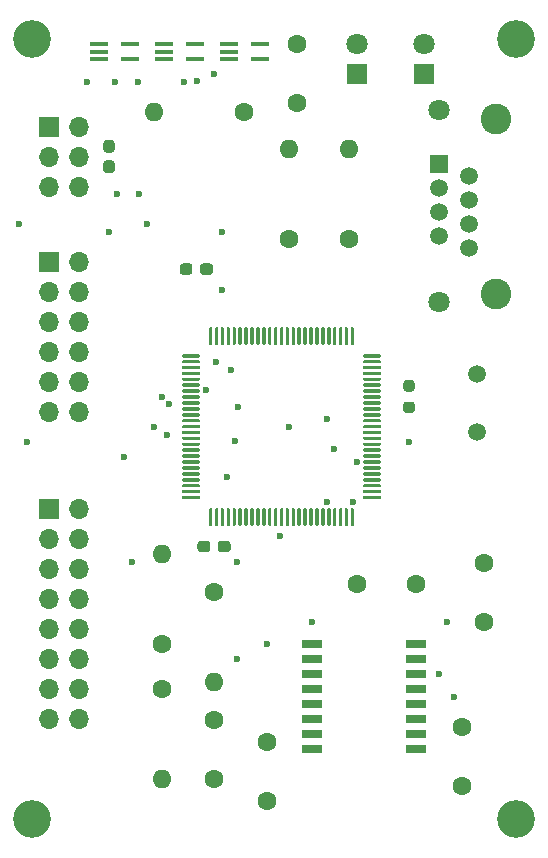
<source format=gts>
G04 #@! TF.GenerationSoftware,KiCad,Pcbnew,(5.1.9)-1*
G04 #@! TF.CreationDate,2021-08-21T09:49:19+09:00*
G04 #@! TF.ProjectId,DragonOne_lan_rev02,44726167-6f6e-44f6-9e65-5f6c616e5f72,rev?*
G04 #@! TF.SameCoordinates,PX7cee6c0PY80befc0*
G04 #@! TF.FileFunction,Soldermask,Top*
G04 #@! TF.FilePolarity,Negative*
%FSLAX46Y46*%
G04 Gerber Fmt 4.6, Leading zero omitted, Abs format (unit mm)*
G04 Created by KiCad (PCBNEW (5.1.9)-1) date 2021-08-21 09:49:19*
%MOMM*%
%LPD*%
G01*
G04 APERTURE LIST*
%ADD10C,1.800000*%
%ADD11C,2.600000*%
%ADD12C,1.500000*%
%ADD13R,1.500000X1.500000*%
%ADD14R,1.700000X0.760000*%
%ADD15R,1.500000X0.400000*%
%ADD16O,1.700000X1.700000*%
%ADD17R,1.700000X1.700000*%
%ADD18R,1.800000X1.800000*%
%ADD19C,3.200000*%
%ADD20O,1.600000X1.600000*%
%ADD21C,1.600000*%
%ADD22C,0.600000*%
G04 APERTURE END LIST*
D10*
X37465000Y62965000D03*
X37465000Y46715000D03*
D11*
X42305000Y47440000D03*
X42305000Y62240000D03*
D12*
X40005000Y51308000D03*
X40005000Y53340000D03*
X40005000Y55372000D03*
X40005000Y57404000D03*
X37465000Y52324000D03*
X37465000Y54356000D03*
X37465000Y56388000D03*
D13*
X37465000Y58420000D03*
G36*
G01*
X31130000Y42345000D02*
X32455000Y42345000D01*
G75*
G02*
X32530000Y42270000I0J-75000D01*
G01*
X32530000Y42120000D01*
G75*
G02*
X32455000Y42045000I-75000J0D01*
G01*
X31130000Y42045000D01*
G75*
G02*
X31055000Y42120000I0J75000D01*
G01*
X31055000Y42270000D01*
G75*
G02*
X31130000Y42345000I75000J0D01*
G01*
G37*
G36*
G01*
X31130000Y41845000D02*
X32455000Y41845000D01*
G75*
G02*
X32530000Y41770000I0J-75000D01*
G01*
X32530000Y41620000D01*
G75*
G02*
X32455000Y41545000I-75000J0D01*
G01*
X31130000Y41545000D01*
G75*
G02*
X31055000Y41620000I0J75000D01*
G01*
X31055000Y41770000D01*
G75*
G02*
X31130000Y41845000I75000J0D01*
G01*
G37*
G36*
G01*
X31130000Y41345000D02*
X32455000Y41345000D01*
G75*
G02*
X32530000Y41270000I0J-75000D01*
G01*
X32530000Y41120000D01*
G75*
G02*
X32455000Y41045000I-75000J0D01*
G01*
X31130000Y41045000D01*
G75*
G02*
X31055000Y41120000I0J75000D01*
G01*
X31055000Y41270000D01*
G75*
G02*
X31130000Y41345000I75000J0D01*
G01*
G37*
G36*
G01*
X31130000Y40845000D02*
X32455000Y40845000D01*
G75*
G02*
X32530000Y40770000I0J-75000D01*
G01*
X32530000Y40620000D01*
G75*
G02*
X32455000Y40545000I-75000J0D01*
G01*
X31130000Y40545000D01*
G75*
G02*
X31055000Y40620000I0J75000D01*
G01*
X31055000Y40770000D01*
G75*
G02*
X31130000Y40845000I75000J0D01*
G01*
G37*
G36*
G01*
X31130000Y40345000D02*
X32455000Y40345000D01*
G75*
G02*
X32530000Y40270000I0J-75000D01*
G01*
X32530000Y40120000D01*
G75*
G02*
X32455000Y40045000I-75000J0D01*
G01*
X31130000Y40045000D01*
G75*
G02*
X31055000Y40120000I0J75000D01*
G01*
X31055000Y40270000D01*
G75*
G02*
X31130000Y40345000I75000J0D01*
G01*
G37*
G36*
G01*
X31130000Y39845000D02*
X32455000Y39845000D01*
G75*
G02*
X32530000Y39770000I0J-75000D01*
G01*
X32530000Y39620000D01*
G75*
G02*
X32455000Y39545000I-75000J0D01*
G01*
X31130000Y39545000D01*
G75*
G02*
X31055000Y39620000I0J75000D01*
G01*
X31055000Y39770000D01*
G75*
G02*
X31130000Y39845000I75000J0D01*
G01*
G37*
G36*
G01*
X31130000Y39345000D02*
X32455000Y39345000D01*
G75*
G02*
X32530000Y39270000I0J-75000D01*
G01*
X32530000Y39120000D01*
G75*
G02*
X32455000Y39045000I-75000J0D01*
G01*
X31130000Y39045000D01*
G75*
G02*
X31055000Y39120000I0J75000D01*
G01*
X31055000Y39270000D01*
G75*
G02*
X31130000Y39345000I75000J0D01*
G01*
G37*
G36*
G01*
X31130000Y38845000D02*
X32455000Y38845000D01*
G75*
G02*
X32530000Y38770000I0J-75000D01*
G01*
X32530000Y38620000D01*
G75*
G02*
X32455000Y38545000I-75000J0D01*
G01*
X31130000Y38545000D01*
G75*
G02*
X31055000Y38620000I0J75000D01*
G01*
X31055000Y38770000D01*
G75*
G02*
X31130000Y38845000I75000J0D01*
G01*
G37*
G36*
G01*
X31130000Y38345000D02*
X32455000Y38345000D01*
G75*
G02*
X32530000Y38270000I0J-75000D01*
G01*
X32530000Y38120000D01*
G75*
G02*
X32455000Y38045000I-75000J0D01*
G01*
X31130000Y38045000D01*
G75*
G02*
X31055000Y38120000I0J75000D01*
G01*
X31055000Y38270000D01*
G75*
G02*
X31130000Y38345000I75000J0D01*
G01*
G37*
G36*
G01*
X31130000Y37845000D02*
X32455000Y37845000D01*
G75*
G02*
X32530000Y37770000I0J-75000D01*
G01*
X32530000Y37620000D01*
G75*
G02*
X32455000Y37545000I-75000J0D01*
G01*
X31130000Y37545000D01*
G75*
G02*
X31055000Y37620000I0J75000D01*
G01*
X31055000Y37770000D01*
G75*
G02*
X31130000Y37845000I75000J0D01*
G01*
G37*
G36*
G01*
X31130000Y37345000D02*
X32455000Y37345000D01*
G75*
G02*
X32530000Y37270000I0J-75000D01*
G01*
X32530000Y37120000D01*
G75*
G02*
X32455000Y37045000I-75000J0D01*
G01*
X31130000Y37045000D01*
G75*
G02*
X31055000Y37120000I0J75000D01*
G01*
X31055000Y37270000D01*
G75*
G02*
X31130000Y37345000I75000J0D01*
G01*
G37*
G36*
G01*
X31130000Y36845000D02*
X32455000Y36845000D01*
G75*
G02*
X32530000Y36770000I0J-75000D01*
G01*
X32530000Y36620000D01*
G75*
G02*
X32455000Y36545000I-75000J0D01*
G01*
X31130000Y36545000D01*
G75*
G02*
X31055000Y36620000I0J75000D01*
G01*
X31055000Y36770000D01*
G75*
G02*
X31130000Y36845000I75000J0D01*
G01*
G37*
G36*
G01*
X31130000Y36345000D02*
X32455000Y36345000D01*
G75*
G02*
X32530000Y36270000I0J-75000D01*
G01*
X32530000Y36120000D01*
G75*
G02*
X32455000Y36045000I-75000J0D01*
G01*
X31130000Y36045000D01*
G75*
G02*
X31055000Y36120000I0J75000D01*
G01*
X31055000Y36270000D01*
G75*
G02*
X31130000Y36345000I75000J0D01*
G01*
G37*
G36*
G01*
X31130000Y35845000D02*
X32455000Y35845000D01*
G75*
G02*
X32530000Y35770000I0J-75000D01*
G01*
X32530000Y35620000D01*
G75*
G02*
X32455000Y35545000I-75000J0D01*
G01*
X31130000Y35545000D01*
G75*
G02*
X31055000Y35620000I0J75000D01*
G01*
X31055000Y35770000D01*
G75*
G02*
X31130000Y35845000I75000J0D01*
G01*
G37*
G36*
G01*
X31130000Y35345000D02*
X32455000Y35345000D01*
G75*
G02*
X32530000Y35270000I0J-75000D01*
G01*
X32530000Y35120000D01*
G75*
G02*
X32455000Y35045000I-75000J0D01*
G01*
X31130000Y35045000D01*
G75*
G02*
X31055000Y35120000I0J75000D01*
G01*
X31055000Y35270000D01*
G75*
G02*
X31130000Y35345000I75000J0D01*
G01*
G37*
G36*
G01*
X31130000Y34845000D02*
X32455000Y34845000D01*
G75*
G02*
X32530000Y34770000I0J-75000D01*
G01*
X32530000Y34620000D01*
G75*
G02*
X32455000Y34545000I-75000J0D01*
G01*
X31130000Y34545000D01*
G75*
G02*
X31055000Y34620000I0J75000D01*
G01*
X31055000Y34770000D01*
G75*
G02*
X31130000Y34845000I75000J0D01*
G01*
G37*
G36*
G01*
X31130000Y34345000D02*
X32455000Y34345000D01*
G75*
G02*
X32530000Y34270000I0J-75000D01*
G01*
X32530000Y34120000D01*
G75*
G02*
X32455000Y34045000I-75000J0D01*
G01*
X31130000Y34045000D01*
G75*
G02*
X31055000Y34120000I0J75000D01*
G01*
X31055000Y34270000D01*
G75*
G02*
X31130000Y34345000I75000J0D01*
G01*
G37*
G36*
G01*
X31130000Y33845000D02*
X32455000Y33845000D01*
G75*
G02*
X32530000Y33770000I0J-75000D01*
G01*
X32530000Y33620000D01*
G75*
G02*
X32455000Y33545000I-75000J0D01*
G01*
X31130000Y33545000D01*
G75*
G02*
X31055000Y33620000I0J75000D01*
G01*
X31055000Y33770000D01*
G75*
G02*
X31130000Y33845000I75000J0D01*
G01*
G37*
G36*
G01*
X31130000Y33345000D02*
X32455000Y33345000D01*
G75*
G02*
X32530000Y33270000I0J-75000D01*
G01*
X32530000Y33120000D01*
G75*
G02*
X32455000Y33045000I-75000J0D01*
G01*
X31130000Y33045000D01*
G75*
G02*
X31055000Y33120000I0J75000D01*
G01*
X31055000Y33270000D01*
G75*
G02*
X31130000Y33345000I75000J0D01*
G01*
G37*
G36*
G01*
X31130000Y32845000D02*
X32455000Y32845000D01*
G75*
G02*
X32530000Y32770000I0J-75000D01*
G01*
X32530000Y32620000D01*
G75*
G02*
X32455000Y32545000I-75000J0D01*
G01*
X31130000Y32545000D01*
G75*
G02*
X31055000Y32620000I0J75000D01*
G01*
X31055000Y32770000D01*
G75*
G02*
X31130000Y32845000I75000J0D01*
G01*
G37*
G36*
G01*
X31130000Y32345000D02*
X32455000Y32345000D01*
G75*
G02*
X32530000Y32270000I0J-75000D01*
G01*
X32530000Y32120000D01*
G75*
G02*
X32455000Y32045000I-75000J0D01*
G01*
X31130000Y32045000D01*
G75*
G02*
X31055000Y32120000I0J75000D01*
G01*
X31055000Y32270000D01*
G75*
G02*
X31130000Y32345000I75000J0D01*
G01*
G37*
G36*
G01*
X31130000Y31845000D02*
X32455000Y31845000D01*
G75*
G02*
X32530000Y31770000I0J-75000D01*
G01*
X32530000Y31620000D01*
G75*
G02*
X32455000Y31545000I-75000J0D01*
G01*
X31130000Y31545000D01*
G75*
G02*
X31055000Y31620000I0J75000D01*
G01*
X31055000Y31770000D01*
G75*
G02*
X31130000Y31845000I75000J0D01*
G01*
G37*
G36*
G01*
X31130000Y31345000D02*
X32455000Y31345000D01*
G75*
G02*
X32530000Y31270000I0J-75000D01*
G01*
X32530000Y31120000D01*
G75*
G02*
X32455000Y31045000I-75000J0D01*
G01*
X31130000Y31045000D01*
G75*
G02*
X31055000Y31120000I0J75000D01*
G01*
X31055000Y31270000D01*
G75*
G02*
X31130000Y31345000I75000J0D01*
G01*
G37*
G36*
G01*
X31130000Y30845000D02*
X32455000Y30845000D01*
G75*
G02*
X32530000Y30770000I0J-75000D01*
G01*
X32530000Y30620000D01*
G75*
G02*
X32455000Y30545000I-75000J0D01*
G01*
X31130000Y30545000D01*
G75*
G02*
X31055000Y30620000I0J75000D01*
G01*
X31055000Y30770000D01*
G75*
G02*
X31130000Y30845000I75000J0D01*
G01*
G37*
G36*
G01*
X31130000Y30345000D02*
X32455000Y30345000D01*
G75*
G02*
X32530000Y30270000I0J-75000D01*
G01*
X32530000Y30120000D01*
G75*
G02*
X32455000Y30045000I-75000J0D01*
G01*
X31130000Y30045000D01*
G75*
G02*
X31055000Y30120000I0J75000D01*
G01*
X31055000Y30270000D01*
G75*
G02*
X31130000Y30345000I75000J0D01*
G01*
G37*
G36*
G01*
X30055000Y29270000D02*
X30205000Y29270000D01*
G75*
G02*
X30280000Y29195000I0J-75000D01*
G01*
X30280000Y27870000D01*
G75*
G02*
X30205000Y27795000I-75000J0D01*
G01*
X30055000Y27795000D01*
G75*
G02*
X29980000Y27870000I0J75000D01*
G01*
X29980000Y29195000D01*
G75*
G02*
X30055000Y29270000I75000J0D01*
G01*
G37*
G36*
G01*
X29555000Y29270000D02*
X29705000Y29270000D01*
G75*
G02*
X29780000Y29195000I0J-75000D01*
G01*
X29780000Y27870000D01*
G75*
G02*
X29705000Y27795000I-75000J0D01*
G01*
X29555000Y27795000D01*
G75*
G02*
X29480000Y27870000I0J75000D01*
G01*
X29480000Y29195000D01*
G75*
G02*
X29555000Y29270000I75000J0D01*
G01*
G37*
G36*
G01*
X29055000Y29270000D02*
X29205000Y29270000D01*
G75*
G02*
X29280000Y29195000I0J-75000D01*
G01*
X29280000Y27870000D01*
G75*
G02*
X29205000Y27795000I-75000J0D01*
G01*
X29055000Y27795000D01*
G75*
G02*
X28980000Y27870000I0J75000D01*
G01*
X28980000Y29195000D01*
G75*
G02*
X29055000Y29270000I75000J0D01*
G01*
G37*
G36*
G01*
X28555000Y29270000D02*
X28705000Y29270000D01*
G75*
G02*
X28780000Y29195000I0J-75000D01*
G01*
X28780000Y27870000D01*
G75*
G02*
X28705000Y27795000I-75000J0D01*
G01*
X28555000Y27795000D01*
G75*
G02*
X28480000Y27870000I0J75000D01*
G01*
X28480000Y29195000D01*
G75*
G02*
X28555000Y29270000I75000J0D01*
G01*
G37*
G36*
G01*
X28055000Y29270000D02*
X28205000Y29270000D01*
G75*
G02*
X28280000Y29195000I0J-75000D01*
G01*
X28280000Y27870000D01*
G75*
G02*
X28205000Y27795000I-75000J0D01*
G01*
X28055000Y27795000D01*
G75*
G02*
X27980000Y27870000I0J75000D01*
G01*
X27980000Y29195000D01*
G75*
G02*
X28055000Y29270000I75000J0D01*
G01*
G37*
G36*
G01*
X27555000Y29270000D02*
X27705000Y29270000D01*
G75*
G02*
X27780000Y29195000I0J-75000D01*
G01*
X27780000Y27870000D01*
G75*
G02*
X27705000Y27795000I-75000J0D01*
G01*
X27555000Y27795000D01*
G75*
G02*
X27480000Y27870000I0J75000D01*
G01*
X27480000Y29195000D01*
G75*
G02*
X27555000Y29270000I75000J0D01*
G01*
G37*
G36*
G01*
X27055000Y29270000D02*
X27205000Y29270000D01*
G75*
G02*
X27280000Y29195000I0J-75000D01*
G01*
X27280000Y27870000D01*
G75*
G02*
X27205000Y27795000I-75000J0D01*
G01*
X27055000Y27795000D01*
G75*
G02*
X26980000Y27870000I0J75000D01*
G01*
X26980000Y29195000D01*
G75*
G02*
X27055000Y29270000I75000J0D01*
G01*
G37*
G36*
G01*
X26555000Y29270000D02*
X26705000Y29270000D01*
G75*
G02*
X26780000Y29195000I0J-75000D01*
G01*
X26780000Y27870000D01*
G75*
G02*
X26705000Y27795000I-75000J0D01*
G01*
X26555000Y27795000D01*
G75*
G02*
X26480000Y27870000I0J75000D01*
G01*
X26480000Y29195000D01*
G75*
G02*
X26555000Y29270000I75000J0D01*
G01*
G37*
G36*
G01*
X26055000Y29270000D02*
X26205000Y29270000D01*
G75*
G02*
X26280000Y29195000I0J-75000D01*
G01*
X26280000Y27870000D01*
G75*
G02*
X26205000Y27795000I-75000J0D01*
G01*
X26055000Y27795000D01*
G75*
G02*
X25980000Y27870000I0J75000D01*
G01*
X25980000Y29195000D01*
G75*
G02*
X26055000Y29270000I75000J0D01*
G01*
G37*
G36*
G01*
X25555000Y29270000D02*
X25705000Y29270000D01*
G75*
G02*
X25780000Y29195000I0J-75000D01*
G01*
X25780000Y27870000D01*
G75*
G02*
X25705000Y27795000I-75000J0D01*
G01*
X25555000Y27795000D01*
G75*
G02*
X25480000Y27870000I0J75000D01*
G01*
X25480000Y29195000D01*
G75*
G02*
X25555000Y29270000I75000J0D01*
G01*
G37*
G36*
G01*
X25055000Y29270000D02*
X25205000Y29270000D01*
G75*
G02*
X25280000Y29195000I0J-75000D01*
G01*
X25280000Y27870000D01*
G75*
G02*
X25205000Y27795000I-75000J0D01*
G01*
X25055000Y27795000D01*
G75*
G02*
X24980000Y27870000I0J75000D01*
G01*
X24980000Y29195000D01*
G75*
G02*
X25055000Y29270000I75000J0D01*
G01*
G37*
G36*
G01*
X24555000Y29270000D02*
X24705000Y29270000D01*
G75*
G02*
X24780000Y29195000I0J-75000D01*
G01*
X24780000Y27870000D01*
G75*
G02*
X24705000Y27795000I-75000J0D01*
G01*
X24555000Y27795000D01*
G75*
G02*
X24480000Y27870000I0J75000D01*
G01*
X24480000Y29195000D01*
G75*
G02*
X24555000Y29270000I75000J0D01*
G01*
G37*
G36*
G01*
X24055000Y29270000D02*
X24205000Y29270000D01*
G75*
G02*
X24280000Y29195000I0J-75000D01*
G01*
X24280000Y27870000D01*
G75*
G02*
X24205000Y27795000I-75000J0D01*
G01*
X24055000Y27795000D01*
G75*
G02*
X23980000Y27870000I0J75000D01*
G01*
X23980000Y29195000D01*
G75*
G02*
X24055000Y29270000I75000J0D01*
G01*
G37*
G36*
G01*
X23555000Y29270000D02*
X23705000Y29270000D01*
G75*
G02*
X23780000Y29195000I0J-75000D01*
G01*
X23780000Y27870000D01*
G75*
G02*
X23705000Y27795000I-75000J0D01*
G01*
X23555000Y27795000D01*
G75*
G02*
X23480000Y27870000I0J75000D01*
G01*
X23480000Y29195000D01*
G75*
G02*
X23555000Y29270000I75000J0D01*
G01*
G37*
G36*
G01*
X23055000Y29270000D02*
X23205000Y29270000D01*
G75*
G02*
X23280000Y29195000I0J-75000D01*
G01*
X23280000Y27870000D01*
G75*
G02*
X23205000Y27795000I-75000J0D01*
G01*
X23055000Y27795000D01*
G75*
G02*
X22980000Y27870000I0J75000D01*
G01*
X22980000Y29195000D01*
G75*
G02*
X23055000Y29270000I75000J0D01*
G01*
G37*
G36*
G01*
X22555000Y29270000D02*
X22705000Y29270000D01*
G75*
G02*
X22780000Y29195000I0J-75000D01*
G01*
X22780000Y27870000D01*
G75*
G02*
X22705000Y27795000I-75000J0D01*
G01*
X22555000Y27795000D01*
G75*
G02*
X22480000Y27870000I0J75000D01*
G01*
X22480000Y29195000D01*
G75*
G02*
X22555000Y29270000I75000J0D01*
G01*
G37*
G36*
G01*
X22055000Y29270000D02*
X22205000Y29270000D01*
G75*
G02*
X22280000Y29195000I0J-75000D01*
G01*
X22280000Y27870000D01*
G75*
G02*
X22205000Y27795000I-75000J0D01*
G01*
X22055000Y27795000D01*
G75*
G02*
X21980000Y27870000I0J75000D01*
G01*
X21980000Y29195000D01*
G75*
G02*
X22055000Y29270000I75000J0D01*
G01*
G37*
G36*
G01*
X21555000Y29270000D02*
X21705000Y29270000D01*
G75*
G02*
X21780000Y29195000I0J-75000D01*
G01*
X21780000Y27870000D01*
G75*
G02*
X21705000Y27795000I-75000J0D01*
G01*
X21555000Y27795000D01*
G75*
G02*
X21480000Y27870000I0J75000D01*
G01*
X21480000Y29195000D01*
G75*
G02*
X21555000Y29270000I75000J0D01*
G01*
G37*
G36*
G01*
X21055000Y29270000D02*
X21205000Y29270000D01*
G75*
G02*
X21280000Y29195000I0J-75000D01*
G01*
X21280000Y27870000D01*
G75*
G02*
X21205000Y27795000I-75000J0D01*
G01*
X21055000Y27795000D01*
G75*
G02*
X20980000Y27870000I0J75000D01*
G01*
X20980000Y29195000D01*
G75*
G02*
X21055000Y29270000I75000J0D01*
G01*
G37*
G36*
G01*
X20555000Y29270000D02*
X20705000Y29270000D01*
G75*
G02*
X20780000Y29195000I0J-75000D01*
G01*
X20780000Y27870000D01*
G75*
G02*
X20705000Y27795000I-75000J0D01*
G01*
X20555000Y27795000D01*
G75*
G02*
X20480000Y27870000I0J75000D01*
G01*
X20480000Y29195000D01*
G75*
G02*
X20555000Y29270000I75000J0D01*
G01*
G37*
G36*
G01*
X20055000Y29270000D02*
X20205000Y29270000D01*
G75*
G02*
X20280000Y29195000I0J-75000D01*
G01*
X20280000Y27870000D01*
G75*
G02*
X20205000Y27795000I-75000J0D01*
G01*
X20055000Y27795000D01*
G75*
G02*
X19980000Y27870000I0J75000D01*
G01*
X19980000Y29195000D01*
G75*
G02*
X20055000Y29270000I75000J0D01*
G01*
G37*
G36*
G01*
X19555000Y29270000D02*
X19705000Y29270000D01*
G75*
G02*
X19780000Y29195000I0J-75000D01*
G01*
X19780000Y27870000D01*
G75*
G02*
X19705000Y27795000I-75000J0D01*
G01*
X19555000Y27795000D01*
G75*
G02*
X19480000Y27870000I0J75000D01*
G01*
X19480000Y29195000D01*
G75*
G02*
X19555000Y29270000I75000J0D01*
G01*
G37*
G36*
G01*
X19055000Y29270000D02*
X19205000Y29270000D01*
G75*
G02*
X19280000Y29195000I0J-75000D01*
G01*
X19280000Y27870000D01*
G75*
G02*
X19205000Y27795000I-75000J0D01*
G01*
X19055000Y27795000D01*
G75*
G02*
X18980000Y27870000I0J75000D01*
G01*
X18980000Y29195000D01*
G75*
G02*
X19055000Y29270000I75000J0D01*
G01*
G37*
G36*
G01*
X18555000Y29270000D02*
X18705000Y29270000D01*
G75*
G02*
X18780000Y29195000I0J-75000D01*
G01*
X18780000Y27870000D01*
G75*
G02*
X18705000Y27795000I-75000J0D01*
G01*
X18555000Y27795000D01*
G75*
G02*
X18480000Y27870000I0J75000D01*
G01*
X18480000Y29195000D01*
G75*
G02*
X18555000Y29270000I75000J0D01*
G01*
G37*
G36*
G01*
X18055000Y29270000D02*
X18205000Y29270000D01*
G75*
G02*
X18280000Y29195000I0J-75000D01*
G01*
X18280000Y27870000D01*
G75*
G02*
X18205000Y27795000I-75000J0D01*
G01*
X18055000Y27795000D01*
G75*
G02*
X17980000Y27870000I0J75000D01*
G01*
X17980000Y29195000D01*
G75*
G02*
X18055000Y29270000I75000J0D01*
G01*
G37*
G36*
G01*
X15805000Y30345000D02*
X17130000Y30345000D01*
G75*
G02*
X17205000Y30270000I0J-75000D01*
G01*
X17205000Y30120000D01*
G75*
G02*
X17130000Y30045000I-75000J0D01*
G01*
X15805000Y30045000D01*
G75*
G02*
X15730000Y30120000I0J75000D01*
G01*
X15730000Y30270000D01*
G75*
G02*
X15805000Y30345000I75000J0D01*
G01*
G37*
G36*
G01*
X15805000Y30845000D02*
X17130000Y30845000D01*
G75*
G02*
X17205000Y30770000I0J-75000D01*
G01*
X17205000Y30620000D01*
G75*
G02*
X17130000Y30545000I-75000J0D01*
G01*
X15805000Y30545000D01*
G75*
G02*
X15730000Y30620000I0J75000D01*
G01*
X15730000Y30770000D01*
G75*
G02*
X15805000Y30845000I75000J0D01*
G01*
G37*
G36*
G01*
X15805000Y31345000D02*
X17130000Y31345000D01*
G75*
G02*
X17205000Y31270000I0J-75000D01*
G01*
X17205000Y31120000D01*
G75*
G02*
X17130000Y31045000I-75000J0D01*
G01*
X15805000Y31045000D01*
G75*
G02*
X15730000Y31120000I0J75000D01*
G01*
X15730000Y31270000D01*
G75*
G02*
X15805000Y31345000I75000J0D01*
G01*
G37*
G36*
G01*
X15805000Y31845000D02*
X17130000Y31845000D01*
G75*
G02*
X17205000Y31770000I0J-75000D01*
G01*
X17205000Y31620000D01*
G75*
G02*
X17130000Y31545000I-75000J0D01*
G01*
X15805000Y31545000D01*
G75*
G02*
X15730000Y31620000I0J75000D01*
G01*
X15730000Y31770000D01*
G75*
G02*
X15805000Y31845000I75000J0D01*
G01*
G37*
G36*
G01*
X15805000Y32345000D02*
X17130000Y32345000D01*
G75*
G02*
X17205000Y32270000I0J-75000D01*
G01*
X17205000Y32120000D01*
G75*
G02*
X17130000Y32045000I-75000J0D01*
G01*
X15805000Y32045000D01*
G75*
G02*
X15730000Y32120000I0J75000D01*
G01*
X15730000Y32270000D01*
G75*
G02*
X15805000Y32345000I75000J0D01*
G01*
G37*
G36*
G01*
X15805000Y32845000D02*
X17130000Y32845000D01*
G75*
G02*
X17205000Y32770000I0J-75000D01*
G01*
X17205000Y32620000D01*
G75*
G02*
X17130000Y32545000I-75000J0D01*
G01*
X15805000Y32545000D01*
G75*
G02*
X15730000Y32620000I0J75000D01*
G01*
X15730000Y32770000D01*
G75*
G02*
X15805000Y32845000I75000J0D01*
G01*
G37*
G36*
G01*
X15805000Y33345000D02*
X17130000Y33345000D01*
G75*
G02*
X17205000Y33270000I0J-75000D01*
G01*
X17205000Y33120000D01*
G75*
G02*
X17130000Y33045000I-75000J0D01*
G01*
X15805000Y33045000D01*
G75*
G02*
X15730000Y33120000I0J75000D01*
G01*
X15730000Y33270000D01*
G75*
G02*
X15805000Y33345000I75000J0D01*
G01*
G37*
G36*
G01*
X15805000Y33845000D02*
X17130000Y33845000D01*
G75*
G02*
X17205000Y33770000I0J-75000D01*
G01*
X17205000Y33620000D01*
G75*
G02*
X17130000Y33545000I-75000J0D01*
G01*
X15805000Y33545000D01*
G75*
G02*
X15730000Y33620000I0J75000D01*
G01*
X15730000Y33770000D01*
G75*
G02*
X15805000Y33845000I75000J0D01*
G01*
G37*
G36*
G01*
X15805000Y34345000D02*
X17130000Y34345000D01*
G75*
G02*
X17205000Y34270000I0J-75000D01*
G01*
X17205000Y34120000D01*
G75*
G02*
X17130000Y34045000I-75000J0D01*
G01*
X15805000Y34045000D01*
G75*
G02*
X15730000Y34120000I0J75000D01*
G01*
X15730000Y34270000D01*
G75*
G02*
X15805000Y34345000I75000J0D01*
G01*
G37*
G36*
G01*
X15805000Y34845000D02*
X17130000Y34845000D01*
G75*
G02*
X17205000Y34770000I0J-75000D01*
G01*
X17205000Y34620000D01*
G75*
G02*
X17130000Y34545000I-75000J0D01*
G01*
X15805000Y34545000D01*
G75*
G02*
X15730000Y34620000I0J75000D01*
G01*
X15730000Y34770000D01*
G75*
G02*
X15805000Y34845000I75000J0D01*
G01*
G37*
G36*
G01*
X15805000Y35345000D02*
X17130000Y35345000D01*
G75*
G02*
X17205000Y35270000I0J-75000D01*
G01*
X17205000Y35120000D01*
G75*
G02*
X17130000Y35045000I-75000J0D01*
G01*
X15805000Y35045000D01*
G75*
G02*
X15730000Y35120000I0J75000D01*
G01*
X15730000Y35270000D01*
G75*
G02*
X15805000Y35345000I75000J0D01*
G01*
G37*
G36*
G01*
X15805000Y35845000D02*
X17130000Y35845000D01*
G75*
G02*
X17205000Y35770000I0J-75000D01*
G01*
X17205000Y35620000D01*
G75*
G02*
X17130000Y35545000I-75000J0D01*
G01*
X15805000Y35545000D01*
G75*
G02*
X15730000Y35620000I0J75000D01*
G01*
X15730000Y35770000D01*
G75*
G02*
X15805000Y35845000I75000J0D01*
G01*
G37*
G36*
G01*
X15805000Y36345000D02*
X17130000Y36345000D01*
G75*
G02*
X17205000Y36270000I0J-75000D01*
G01*
X17205000Y36120000D01*
G75*
G02*
X17130000Y36045000I-75000J0D01*
G01*
X15805000Y36045000D01*
G75*
G02*
X15730000Y36120000I0J75000D01*
G01*
X15730000Y36270000D01*
G75*
G02*
X15805000Y36345000I75000J0D01*
G01*
G37*
G36*
G01*
X15805000Y36845000D02*
X17130000Y36845000D01*
G75*
G02*
X17205000Y36770000I0J-75000D01*
G01*
X17205000Y36620000D01*
G75*
G02*
X17130000Y36545000I-75000J0D01*
G01*
X15805000Y36545000D01*
G75*
G02*
X15730000Y36620000I0J75000D01*
G01*
X15730000Y36770000D01*
G75*
G02*
X15805000Y36845000I75000J0D01*
G01*
G37*
G36*
G01*
X15805000Y37345000D02*
X17130000Y37345000D01*
G75*
G02*
X17205000Y37270000I0J-75000D01*
G01*
X17205000Y37120000D01*
G75*
G02*
X17130000Y37045000I-75000J0D01*
G01*
X15805000Y37045000D01*
G75*
G02*
X15730000Y37120000I0J75000D01*
G01*
X15730000Y37270000D01*
G75*
G02*
X15805000Y37345000I75000J0D01*
G01*
G37*
G36*
G01*
X15805000Y37845000D02*
X17130000Y37845000D01*
G75*
G02*
X17205000Y37770000I0J-75000D01*
G01*
X17205000Y37620000D01*
G75*
G02*
X17130000Y37545000I-75000J0D01*
G01*
X15805000Y37545000D01*
G75*
G02*
X15730000Y37620000I0J75000D01*
G01*
X15730000Y37770000D01*
G75*
G02*
X15805000Y37845000I75000J0D01*
G01*
G37*
G36*
G01*
X15805000Y38345000D02*
X17130000Y38345000D01*
G75*
G02*
X17205000Y38270000I0J-75000D01*
G01*
X17205000Y38120000D01*
G75*
G02*
X17130000Y38045000I-75000J0D01*
G01*
X15805000Y38045000D01*
G75*
G02*
X15730000Y38120000I0J75000D01*
G01*
X15730000Y38270000D01*
G75*
G02*
X15805000Y38345000I75000J0D01*
G01*
G37*
G36*
G01*
X15805000Y38845000D02*
X17130000Y38845000D01*
G75*
G02*
X17205000Y38770000I0J-75000D01*
G01*
X17205000Y38620000D01*
G75*
G02*
X17130000Y38545000I-75000J0D01*
G01*
X15805000Y38545000D01*
G75*
G02*
X15730000Y38620000I0J75000D01*
G01*
X15730000Y38770000D01*
G75*
G02*
X15805000Y38845000I75000J0D01*
G01*
G37*
G36*
G01*
X15805000Y39345000D02*
X17130000Y39345000D01*
G75*
G02*
X17205000Y39270000I0J-75000D01*
G01*
X17205000Y39120000D01*
G75*
G02*
X17130000Y39045000I-75000J0D01*
G01*
X15805000Y39045000D01*
G75*
G02*
X15730000Y39120000I0J75000D01*
G01*
X15730000Y39270000D01*
G75*
G02*
X15805000Y39345000I75000J0D01*
G01*
G37*
G36*
G01*
X15805000Y39845000D02*
X17130000Y39845000D01*
G75*
G02*
X17205000Y39770000I0J-75000D01*
G01*
X17205000Y39620000D01*
G75*
G02*
X17130000Y39545000I-75000J0D01*
G01*
X15805000Y39545000D01*
G75*
G02*
X15730000Y39620000I0J75000D01*
G01*
X15730000Y39770000D01*
G75*
G02*
X15805000Y39845000I75000J0D01*
G01*
G37*
G36*
G01*
X15805000Y40345000D02*
X17130000Y40345000D01*
G75*
G02*
X17205000Y40270000I0J-75000D01*
G01*
X17205000Y40120000D01*
G75*
G02*
X17130000Y40045000I-75000J0D01*
G01*
X15805000Y40045000D01*
G75*
G02*
X15730000Y40120000I0J75000D01*
G01*
X15730000Y40270000D01*
G75*
G02*
X15805000Y40345000I75000J0D01*
G01*
G37*
G36*
G01*
X15805000Y40845000D02*
X17130000Y40845000D01*
G75*
G02*
X17205000Y40770000I0J-75000D01*
G01*
X17205000Y40620000D01*
G75*
G02*
X17130000Y40545000I-75000J0D01*
G01*
X15805000Y40545000D01*
G75*
G02*
X15730000Y40620000I0J75000D01*
G01*
X15730000Y40770000D01*
G75*
G02*
X15805000Y40845000I75000J0D01*
G01*
G37*
G36*
G01*
X15805000Y41345000D02*
X17130000Y41345000D01*
G75*
G02*
X17205000Y41270000I0J-75000D01*
G01*
X17205000Y41120000D01*
G75*
G02*
X17130000Y41045000I-75000J0D01*
G01*
X15805000Y41045000D01*
G75*
G02*
X15730000Y41120000I0J75000D01*
G01*
X15730000Y41270000D01*
G75*
G02*
X15805000Y41345000I75000J0D01*
G01*
G37*
G36*
G01*
X15805000Y41845000D02*
X17130000Y41845000D01*
G75*
G02*
X17205000Y41770000I0J-75000D01*
G01*
X17205000Y41620000D01*
G75*
G02*
X17130000Y41545000I-75000J0D01*
G01*
X15805000Y41545000D01*
G75*
G02*
X15730000Y41620000I0J75000D01*
G01*
X15730000Y41770000D01*
G75*
G02*
X15805000Y41845000I75000J0D01*
G01*
G37*
G36*
G01*
X15805000Y42345000D02*
X17130000Y42345000D01*
G75*
G02*
X17205000Y42270000I0J-75000D01*
G01*
X17205000Y42120000D01*
G75*
G02*
X17130000Y42045000I-75000J0D01*
G01*
X15805000Y42045000D01*
G75*
G02*
X15730000Y42120000I0J75000D01*
G01*
X15730000Y42270000D01*
G75*
G02*
X15805000Y42345000I75000J0D01*
G01*
G37*
G36*
G01*
X18055000Y44595000D02*
X18205000Y44595000D01*
G75*
G02*
X18280000Y44520000I0J-75000D01*
G01*
X18280000Y43195000D01*
G75*
G02*
X18205000Y43120000I-75000J0D01*
G01*
X18055000Y43120000D01*
G75*
G02*
X17980000Y43195000I0J75000D01*
G01*
X17980000Y44520000D01*
G75*
G02*
X18055000Y44595000I75000J0D01*
G01*
G37*
G36*
G01*
X18555000Y44595000D02*
X18705000Y44595000D01*
G75*
G02*
X18780000Y44520000I0J-75000D01*
G01*
X18780000Y43195000D01*
G75*
G02*
X18705000Y43120000I-75000J0D01*
G01*
X18555000Y43120000D01*
G75*
G02*
X18480000Y43195000I0J75000D01*
G01*
X18480000Y44520000D01*
G75*
G02*
X18555000Y44595000I75000J0D01*
G01*
G37*
G36*
G01*
X19055000Y44595000D02*
X19205000Y44595000D01*
G75*
G02*
X19280000Y44520000I0J-75000D01*
G01*
X19280000Y43195000D01*
G75*
G02*
X19205000Y43120000I-75000J0D01*
G01*
X19055000Y43120000D01*
G75*
G02*
X18980000Y43195000I0J75000D01*
G01*
X18980000Y44520000D01*
G75*
G02*
X19055000Y44595000I75000J0D01*
G01*
G37*
G36*
G01*
X19555000Y44595000D02*
X19705000Y44595000D01*
G75*
G02*
X19780000Y44520000I0J-75000D01*
G01*
X19780000Y43195000D01*
G75*
G02*
X19705000Y43120000I-75000J0D01*
G01*
X19555000Y43120000D01*
G75*
G02*
X19480000Y43195000I0J75000D01*
G01*
X19480000Y44520000D01*
G75*
G02*
X19555000Y44595000I75000J0D01*
G01*
G37*
G36*
G01*
X20055000Y44595000D02*
X20205000Y44595000D01*
G75*
G02*
X20280000Y44520000I0J-75000D01*
G01*
X20280000Y43195000D01*
G75*
G02*
X20205000Y43120000I-75000J0D01*
G01*
X20055000Y43120000D01*
G75*
G02*
X19980000Y43195000I0J75000D01*
G01*
X19980000Y44520000D01*
G75*
G02*
X20055000Y44595000I75000J0D01*
G01*
G37*
G36*
G01*
X20555000Y44595000D02*
X20705000Y44595000D01*
G75*
G02*
X20780000Y44520000I0J-75000D01*
G01*
X20780000Y43195000D01*
G75*
G02*
X20705000Y43120000I-75000J0D01*
G01*
X20555000Y43120000D01*
G75*
G02*
X20480000Y43195000I0J75000D01*
G01*
X20480000Y44520000D01*
G75*
G02*
X20555000Y44595000I75000J0D01*
G01*
G37*
G36*
G01*
X21055000Y44595000D02*
X21205000Y44595000D01*
G75*
G02*
X21280000Y44520000I0J-75000D01*
G01*
X21280000Y43195000D01*
G75*
G02*
X21205000Y43120000I-75000J0D01*
G01*
X21055000Y43120000D01*
G75*
G02*
X20980000Y43195000I0J75000D01*
G01*
X20980000Y44520000D01*
G75*
G02*
X21055000Y44595000I75000J0D01*
G01*
G37*
G36*
G01*
X21555000Y44595000D02*
X21705000Y44595000D01*
G75*
G02*
X21780000Y44520000I0J-75000D01*
G01*
X21780000Y43195000D01*
G75*
G02*
X21705000Y43120000I-75000J0D01*
G01*
X21555000Y43120000D01*
G75*
G02*
X21480000Y43195000I0J75000D01*
G01*
X21480000Y44520000D01*
G75*
G02*
X21555000Y44595000I75000J0D01*
G01*
G37*
G36*
G01*
X22055000Y44595000D02*
X22205000Y44595000D01*
G75*
G02*
X22280000Y44520000I0J-75000D01*
G01*
X22280000Y43195000D01*
G75*
G02*
X22205000Y43120000I-75000J0D01*
G01*
X22055000Y43120000D01*
G75*
G02*
X21980000Y43195000I0J75000D01*
G01*
X21980000Y44520000D01*
G75*
G02*
X22055000Y44595000I75000J0D01*
G01*
G37*
G36*
G01*
X22555000Y44595000D02*
X22705000Y44595000D01*
G75*
G02*
X22780000Y44520000I0J-75000D01*
G01*
X22780000Y43195000D01*
G75*
G02*
X22705000Y43120000I-75000J0D01*
G01*
X22555000Y43120000D01*
G75*
G02*
X22480000Y43195000I0J75000D01*
G01*
X22480000Y44520000D01*
G75*
G02*
X22555000Y44595000I75000J0D01*
G01*
G37*
G36*
G01*
X23055000Y44595000D02*
X23205000Y44595000D01*
G75*
G02*
X23280000Y44520000I0J-75000D01*
G01*
X23280000Y43195000D01*
G75*
G02*
X23205000Y43120000I-75000J0D01*
G01*
X23055000Y43120000D01*
G75*
G02*
X22980000Y43195000I0J75000D01*
G01*
X22980000Y44520000D01*
G75*
G02*
X23055000Y44595000I75000J0D01*
G01*
G37*
G36*
G01*
X23555000Y44595000D02*
X23705000Y44595000D01*
G75*
G02*
X23780000Y44520000I0J-75000D01*
G01*
X23780000Y43195000D01*
G75*
G02*
X23705000Y43120000I-75000J0D01*
G01*
X23555000Y43120000D01*
G75*
G02*
X23480000Y43195000I0J75000D01*
G01*
X23480000Y44520000D01*
G75*
G02*
X23555000Y44595000I75000J0D01*
G01*
G37*
G36*
G01*
X24055000Y44595000D02*
X24205000Y44595000D01*
G75*
G02*
X24280000Y44520000I0J-75000D01*
G01*
X24280000Y43195000D01*
G75*
G02*
X24205000Y43120000I-75000J0D01*
G01*
X24055000Y43120000D01*
G75*
G02*
X23980000Y43195000I0J75000D01*
G01*
X23980000Y44520000D01*
G75*
G02*
X24055000Y44595000I75000J0D01*
G01*
G37*
G36*
G01*
X24555000Y44595000D02*
X24705000Y44595000D01*
G75*
G02*
X24780000Y44520000I0J-75000D01*
G01*
X24780000Y43195000D01*
G75*
G02*
X24705000Y43120000I-75000J0D01*
G01*
X24555000Y43120000D01*
G75*
G02*
X24480000Y43195000I0J75000D01*
G01*
X24480000Y44520000D01*
G75*
G02*
X24555000Y44595000I75000J0D01*
G01*
G37*
G36*
G01*
X25055000Y44595000D02*
X25205000Y44595000D01*
G75*
G02*
X25280000Y44520000I0J-75000D01*
G01*
X25280000Y43195000D01*
G75*
G02*
X25205000Y43120000I-75000J0D01*
G01*
X25055000Y43120000D01*
G75*
G02*
X24980000Y43195000I0J75000D01*
G01*
X24980000Y44520000D01*
G75*
G02*
X25055000Y44595000I75000J0D01*
G01*
G37*
G36*
G01*
X25555000Y44595000D02*
X25705000Y44595000D01*
G75*
G02*
X25780000Y44520000I0J-75000D01*
G01*
X25780000Y43195000D01*
G75*
G02*
X25705000Y43120000I-75000J0D01*
G01*
X25555000Y43120000D01*
G75*
G02*
X25480000Y43195000I0J75000D01*
G01*
X25480000Y44520000D01*
G75*
G02*
X25555000Y44595000I75000J0D01*
G01*
G37*
G36*
G01*
X26055000Y44595000D02*
X26205000Y44595000D01*
G75*
G02*
X26280000Y44520000I0J-75000D01*
G01*
X26280000Y43195000D01*
G75*
G02*
X26205000Y43120000I-75000J0D01*
G01*
X26055000Y43120000D01*
G75*
G02*
X25980000Y43195000I0J75000D01*
G01*
X25980000Y44520000D01*
G75*
G02*
X26055000Y44595000I75000J0D01*
G01*
G37*
G36*
G01*
X26555000Y44595000D02*
X26705000Y44595000D01*
G75*
G02*
X26780000Y44520000I0J-75000D01*
G01*
X26780000Y43195000D01*
G75*
G02*
X26705000Y43120000I-75000J0D01*
G01*
X26555000Y43120000D01*
G75*
G02*
X26480000Y43195000I0J75000D01*
G01*
X26480000Y44520000D01*
G75*
G02*
X26555000Y44595000I75000J0D01*
G01*
G37*
G36*
G01*
X27055000Y44595000D02*
X27205000Y44595000D01*
G75*
G02*
X27280000Y44520000I0J-75000D01*
G01*
X27280000Y43195000D01*
G75*
G02*
X27205000Y43120000I-75000J0D01*
G01*
X27055000Y43120000D01*
G75*
G02*
X26980000Y43195000I0J75000D01*
G01*
X26980000Y44520000D01*
G75*
G02*
X27055000Y44595000I75000J0D01*
G01*
G37*
G36*
G01*
X27555000Y44595000D02*
X27705000Y44595000D01*
G75*
G02*
X27780000Y44520000I0J-75000D01*
G01*
X27780000Y43195000D01*
G75*
G02*
X27705000Y43120000I-75000J0D01*
G01*
X27555000Y43120000D01*
G75*
G02*
X27480000Y43195000I0J75000D01*
G01*
X27480000Y44520000D01*
G75*
G02*
X27555000Y44595000I75000J0D01*
G01*
G37*
G36*
G01*
X28055000Y44595000D02*
X28205000Y44595000D01*
G75*
G02*
X28280000Y44520000I0J-75000D01*
G01*
X28280000Y43195000D01*
G75*
G02*
X28205000Y43120000I-75000J0D01*
G01*
X28055000Y43120000D01*
G75*
G02*
X27980000Y43195000I0J75000D01*
G01*
X27980000Y44520000D01*
G75*
G02*
X28055000Y44595000I75000J0D01*
G01*
G37*
G36*
G01*
X28555000Y44595000D02*
X28705000Y44595000D01*
G75*
G02*
X28780000Y44520000I0J-75000D01*
G01*
X28780000Y43195000D01*
G75*
G02*
X28705000Y43120000I-75000J0D01*
G01*
X28555000Y43120000D01*
G75*
G02*
X28480000Y43195000I0J75000D01*
G01*
X28480000Y44520000D01*
G75*
G02*
X28555000Y44595000I75000J0D01*
G01*
G37*
G36*
G01*
X29055000Y44595000D02*
X29205000Y44595000D01*
G75*
G02*
X29280000Y44520000I0J-75000D01*
G01*
X29280000Y43195000D01*
G75*
G02*
X29205000Y43120000I-75000J0D01*
G01*
X29055000Y43120000D01*
G75*
G02*
X28980000Y43195000I0J75000D01*
G01*
X28980000Y44520000D01*
G75*
G02*
X29055000Y44595000I75000J0D01*
G01*
G37*
G36*
G01*
X29555000Y44595000D02*
X29705000Y44595000D01*
G75*
G02*
X29780000Y44520000I0J-75000D01*
G01*
X29780000Y43195000D01*
G75*
G02*
X29705000Y43120000I-75000J0D01*
G01*
X29555000Y43120000D01*
G75*
G02*
X29480000Y43195000I0J75000D01*
G01*
X29480000Y44520000D01*
G75*
G02*
X29555000Y44595000I75000J0D01*
G01*
G37*
G36*
G01*
X30055000Y44595000D02*
X30205000Y44595000D01*
G75*
G02*
X30280000Y44520000I0J-75000D01*
G01*
X30280000Y43195000D01*
G75*
G02*
X30205000Y43120000I-75000J0D01*
G01*
X30055000Y43120000D01*
G75*
G02*
X29980000Y43195000I0J75000D01*
G01*
X29980000Y44520000D01*
G75*
G02*
X30055000Y44595000I75000J0D01*
G01*
G37*
D14*
X35515000Y12700000D03*
X35515000Y17780000D03*
X35515000Y13970000D03*
X35515000Y10160000D03*
X35515000Y16510000D03*
X35515000Y8890000D03*
X35515000Y11430000D03*
X35515000Y15240000D03*
X26715000Y8890000D03*
X26715000Y11430000D03*
X26715000Y12700000D03*
X26715000Y10160000D03*
X26715000Y13970000D03*
X26715000Y15240000D03*
X26715000Y16510000D03*
X26715000Y17780000D03*
G36*
G01*
X18090000Y26272500D02*
X18090000Y25797500D01*
G75*
G02*
X17852500Y25560000I-237500J0D01*
G01*
X17252500Y25560000D01*
G75*
G02*
X17015000Y25797500I0J237500D01*
G01*
X17015000Y26272500D01*
G75*
G02*
X17252500Y26510000I237500J0D01*
G01*
X17852500Y26510000D01*
G75*
G02*
X18090000Y26272500I0J-237500D01*
G01*
G37*
G36*
G01*
X19815000Y26272500D02*
X19815000Y25797500D01*
G75*
G02*
X19577500Y25560000I-237500J0D01*
G01*
X18977500Y25560000D01*
G75*
G02*
X18740000Y25797500I0J237500D01*
G01*
X18740000Y26272500D01*
G75*
G02*
X18977500Y26510000I237500J0D01*
G01*
X19577500Y26510000D01*
G75*
G02*
X19815000Y26272500I0J-237500D01*
G01*
G37*
G36*
G01*
X16592500Y49767500D02*
X16592500Y49292500D01*
G75*
G02*
X16355000Y49055000I-237500J0D01*
G01*
X15755000Y49055000D01*
G75*
G02*
X15517500Y49292500I0J237500D01*
G01*
X15517500Y49767500D01*
G75*
G02*
X15755000Y50005000I237500J0D01*
G01*
X16355000Y50005000D01*
G75*
G02*
X16592500Y49767500I0J-237500D01*
G01*
G37*
G36*
G01*
X18317500Y49767500D02*
X18317500Y49292500D01*
G75*
G02*
X18080000Y49055000I-237500J0D01*
G01*
X17480000Y49055000D01*
G75*
G02*
X17242500Y49292500I0J237500D01*
G01*
X17242500Y49767500D01*
G75*
G02*
X17480000Y50005000I237500J0D01*
G01*
X18080000Y50005000D01*
G75*
G02*
X18317500Y49767500I0J-237500D01*
G01*
G37*
G36*
G01*
X9287500Y58730000D02*
X9762500Y58730000D01*
G75*
G02*
X10000000Y58492500I0J-237500D01*
G01*
X10000000Y57892500D01*
G75*
G02*
X9762500Y57655000I-237500J0D01*
G01*
X9287500Y57655000D01*
G75*
G02*
X9050000Y57892500I0J237500D01*
G01*
X9050000Y58492500D01*
G75*
G02*
X9287500Y58730000I237500J0D01*
G01*
G37*
G36*
G01*
X9287500Y60455000D02*
X9762500Y60455000D01*
G75*
G02*
X10000000Y60217500I0J-237500D01*
G01*
X10000000Y59617500D01*
G75*
G02*
X9762500Y59380000I-237500J0D01*
G01*
X9287500Y59380000D01*
G75*
G02*
X9050000Y59617500I0J237500D01*
G01*
X9050000Y60217500D01*
G75*
G02*
X9287500Y60455000I237500J0D01*
G01*
G37*
G36*
G01*
X35162500Y39160000D02*
X34687500Y39160000D01*
G75*
G02*
X34450000Y39397500I0J237500D01*
G01*
X34450000Y39897500D01*
G75*
G02*
X34687500Y40135000I237500J0D01*
G01*
X35162500Y40135000D01*
G75*
G02*
X35400000Y39897500I0J-237500D01*
G01*
X35400000Y39397500D01*
G75*
G02*
X35162500Y39160000I-237500J0D01*
G01*
G37*
G36*
G01*
X35162500Y37335000D02*
X34687500Y37335000D01*
G75*
G02*
X34450000Y37572500I0J237500D01*
G01*
X34450000Y38072500D01*
G75*
G02*
X34687500Y38310000I237500J0D01*
G01*
X35162500Y38310000D01*
G75*
G02*
X35400000Y38072500I0J-237500D01*
G01*
X35400000Y37572500D01*
G75*
G02*
X35162500Y37335000I-237500J0D01*
G01*
G37*
D15*
X22330000Y68595000D03*
X22330000Y67295000D03*
X19670000Y67295000D03*
X19670000Y67945000D03*
X19670000Y68595000D03*
X11330000Y68595000D03*
X11330000Y67295000D03*
X8670000Y67295000D03*
X8670000Y67945000D03*
X8670000Y68595000D03*
X16830000Y68595000D03*
X16830000Y67295000D03*
X14170000Y67295000D03*
X14170000Y67945000D03*
X14170000Y68595000D03*
D16*
X6985000Y56515000D03*
X4445000Y56515000D03*
X6985000Y59055000D03*
X4445000Y59055000D03*
X6985000Y61595000D03*
D17*
X4445000Y61595000D03*
D16*
X6985000Y37465000D03*
X4445000Y37465000D03*
X6985000Y40005000D03*
X4445000Y40005000D03*
X6985000Y42545000D03*
X4445000Y42545000D03*
X6985000Y45085000D03*
X4445000Y45085000D03*
X6985000Y47625000D03*
X4445000Y47625000D03*
X6985000Y50165000D03*
D17*
X4445000Y50165000D03*
D10*
X30480000Y68580000D03*
D18*
X30480000Y66040000D03*
D10*
X36195000Y68580000D03*
D18*
X36195000Y66040000D03*
D19*
X3000000Y69000000D03*
X44000000Y69000000D03*
X44000000Y3000000D03*
X3000000Y3000000D03*
D12*
X40640000Y35760000D03*
X40640000Y40640000D03*
D20*
X13970000Y25400000D03*
D21*
X13970000Y17780000D03*
D20*
X18415000Y14605000D03*
D21*
X18415000Y22225000D03*
D20*
X13970000Y6350000D03*
D21*
X13970000Y13970000D03*
D20*
X13335000Y62865000D03*
D21*
X20955000Y62865000D03*
D20*
X29845000Y59690000D03*
D21*
X29845000Y52070000D03*
D20*
X24765000Y59690000D03*
D21*
X24765000Y52070000D03*
D16*
X6985000Y11430000D03*
X4445000Y11430000D03*
X6985000Y13970000D03*
X4445000Y13970000D03*
X6985000Y16510000D03*
X4445000Y16510000D03*
X6985000Y19050000D03*
X4445000Y19050000D03*
X6985000Y21590000D03*
X4445000Y21590000D03*
X6985000Y24130000D03*
X4445000Y24130000D03*
X6985000Y26670000D03*
X4445000Y26670000D03*
X6985000Y29210000D03*
D17*
X4445000Y29210000D03*
D21*
X18415000Y11350000D03*
X18415000Y6350000D03*
X22860000Y4525000D03*
X22860000Y9525000D03*
X35480000Y22860000D03*
X30480000Y22860000D03*
X39370000Y5795000D03*
X39370000Y10795000D03*
X41275000Y24685000D03*
X41275000Y19685000D03*
X25400000Y63580000D03*
X25400000Y68580000D03*
D22*
X22859938Y17780000D03*
X26670000Y19685000D03*
X27940000Y29845000D03*
X28575000Y34290010D03*
X27940000Y36830000D03*
X20320000Y24765000D03*
X10795000Y33655000D03*
X2540000Y34925000D03*
X30190400Y29830800D03*
X10160000Y55880000D03*
X7685010Y65405000D03*
X15875000Y65405000D03*
X9525000Y52705000D03*
X38100000Y19685000D03*
X38735028Y13335000D03*
X37465000Y15240020D03*
X34924995Y34924995D03*
X12065000Y55880000D03*
X10000000Y65405008D03*
X18415000Y66040000D03*
X1905000Y53340000D03*
X30546200Y33163000D03*
X20178400Y34940500D03*
X20432000Y37830900D03*
X19526500Y31908500D03*
X11430000Y24765000D03*
X19823900Y40956100D03*
X18562000Y41701300D03*
X14401164Y35496218D03*
X17718200Y39276400D03*
X13334986Y36170100D03*
X14605000Y38100000D03*
X13970000Y38735006D03*
X20320000Y16510000D03*
X24764988Y36155801D03*
X19050000Y47745500D03*
X19050000Y52705000D03*
X23981125Y26922075D03*
X17000000Y65439990D03*
X12700000Y53340000D03*
X12000018Y65405000D03*
M02*

</source>
